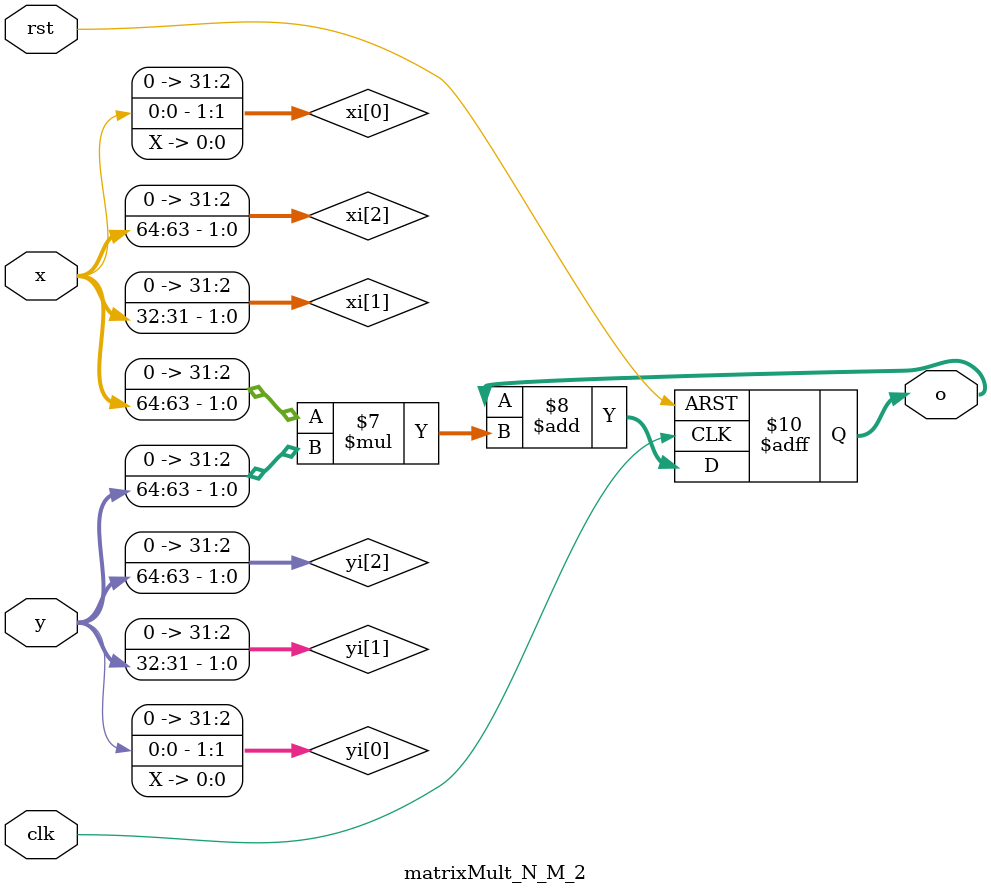
<source format=v>
`timescale 1ns / 1ps
module matrixMult_N_M_2
#(
	parameter N=3,
	parameter M=32
)
(
	clk,
	rst,
	x,
	y,
	o
);
	input clk,rst;
	input[N*M-1:0] x;
	input[N*M-1:0] y;
	output reg[M-1:0] o;

	wire [M-1:0] xi[N-1:0];
	wire [M-1:0] yi[N-1:0];


	genvar i;
	integer k;

	generate
	for (i=0;i<N;i=i+1)
	begin:ASS_ROW
		assign xi[i] = x[M*(i)-1:M*(i)];
		assign yi[i] = y[M*(i)-1:M*(i)];
	end
	endgenerate


	always@(posedge clk or posedge rst)
	begin
		if(rst)
		begin
			o <= 'b0;
		end
		else
		begin
			for(k=0;k<N;k=k+1)
			begin
				o <= o + xi[k] * yi[k];
			end
		end
	end
endmodule

</source>
